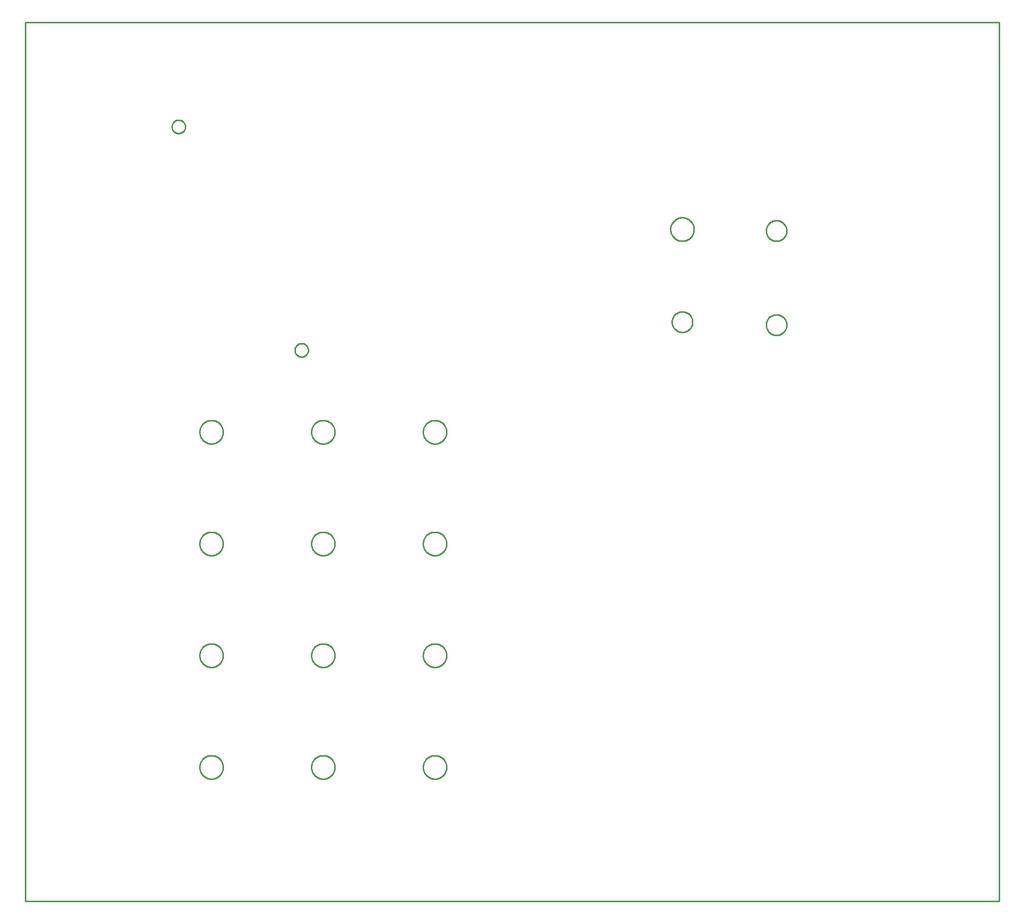
<source format=gbr>
G04 EAGLE Gerber RS-274X export*
G75*
%MOMM*%
%FSLAX34Y34*%
%LPD*%
%IN*%
%IPPOS*%
%AMOC8*
5,1,8,0,0,1.08239X$1,22.5*%
G01*
%ADD10C,0.254000*%


D10*
X0Y0D02*
X1660400Y0D01*
X1660400Y1498500D01*
X0Y1498500D01*
X0Y0D01*
X337500Y799496D02*
X337427Y798289D01*
X337281Y797089D01*
X337063Y795900D01*
X336774Y794727D01*
X336415Y793573D01*
X335986Y792443D01*
X335490Y791341D01*
X334928Y790270D01*
X334303Y789236D01*
X333616Y788241D01*
X332871Y787290D01*
X332069Y786385D01*
X331215Y785531D01*
X330310Y784729D01*
X329359Y783984D01*
X328364Y783297D01*
X327330Y782672D01*
X326259Y782110D01*
X325157Y781614D01*
X324027Y781185D01*
X322873Y780826D01*
X321700Y780537D01*
X320511Y780319D01*
X319311Y780173D01*
X318104Y780100D01*
X316896Y780100D01*
X315689Y780173D01*
X314489Y780319D01*
X313300Y780537D01*
X312127Y780826D01*
X310973Y781185D01*
X309843Y781614D01*
X308741Y782110D01*
X307670Y782672D01*
X306636Y783297D01*
X305641Y783984D01*
X304690Y784729D01*
X303785Y785531D01*
X302931Y786385D01*
X302129Y787290D01*
X301384Y788241D01*
X300697Y789236D01*
X300072Y790270D01*
X299510Y791341D01*
X299014Y792443D01*
X298585Y793573D01*
X298226Y794727D01*
X297937Y795900D01*
X297719Y797089D01*
X297573Y798289D01*
X297500Y799496D01*
X297500Y800704D01*
X297573Y801911D01*
X297719Y803111D01*
X297937Y804300D01*
X298226Y805473D01*
X298585Y806627D01*
X299014Y807757D01*
X299510Y808859D01*
X300072Y809930D01*
X300697Y810964D01*
X301384Y811959D01*
X302129Y812910D01*
X302931Y813815D01*
X303785Y814669D01*
X304690Y815471D01*
X305641Y816216D01*
X306636Y816903D01*
X307670Y817528D01*
X308741Y818090D01*
X309843Y818586D01*
X310973Y819015D01*
X312127Y819374D01*
X313300Y819663D01*
X314489Y819881D01*
X315689Y820027D01*
X316896Y820100D01*
X318104Y820100D01*
X319311Y820027D01*
X320511Y819881D01*
X321700Y819663D01*
X322873Y819374D01*
X324027Y819015D01*
X325157Y818586D01*
X326259Y818090D01*
X327330Y817528D01*
X328364Y816903D01*
X329359Y816216D01*
X330310Y815471D01*
X331215Y814669D01*
X332069Y813815D01*
X332871Y812910D01*
X333616Y811959D01*
X334303Y810964D01*
X334928Y809930D01*
X335490Y808859D01*
X335986Y807757D01*
X336415Y806627D01*
X336774Y805473D01*
X337063Y804300D01*
X337281Y803111D01*
X337427Y801911D01*
X337500Y800704D01*
X337500Y799496D01*
X718500Y608996D02*
X718427Y607789D01*
X718281Y606589D01*
X718063Y605400D01*
X717774Y604227D01*
X717415Y603073D01*
X716986Y601943D01*
X716490Y600841D01*
X715928Y599770D01*
X715303Y598736D01*
X714616Y597741D01*
X713871Y596790D01*
X713069Y595885D01*
X712215Y595031D01*
X711310Y594229D01*
X710359Y593484D01*
X709364Y592797D01*
X708330Y592172D01*
X707259Y591610D01*
X706157Y591114D01*
X705027Y590685D01*
X703873Y590326D01*
X702700Y590037D01*
X701511Y589819D01*
X700311Y589673D01*
X699104Y589600D01*
X697896Y589600D01*
X696689Y589673D01*
X695489Y589819D01*
X694300Y590037D01*
X693127Y590326D01*
X691973Y590685D01*
X690843Y591114D01*
X689741Y591610D01*
X688670Y592172D01*
X687636Y592797D01*
X686641Y593484D01*
X685690Y594229D01*
X684785Y595031D01*
X683931Y595885D01*
X683129Y596790D01*
X682384Y597741D01*
X681697Y598736D01*
X681072Y599770D01*
X680510Y600841D01*
X680014Y601943D01*
X679585Y603073D01*
X679226Y604227D01*
X678937Y605400D01*
X678719Y606589D01*
X678573Y607789D01*
X678500Y608996D01*
X678500Y610204D01*
X678573Y611411D01*
X678719Y612611D01*
X678937Y613800D01*
X679226Y614973D01*
X679585Y616127D01*
X680014Y617257D01*
X680510Y618359D01*
X681072Y619430D01*
X681697Y620464D01*
X682384Y621459D01*
X683129Y622410D01*
X683931Y623315D01*
X684785Y624169D01*
X685690Y624971D01*
X686641Y625716D01*
X687636Y626403D01*
X688670Y627028D01*
X689741Y627590D01*
X690843Y628086D01*
X691973Y628515D01*
X693127Y628874D01*
X694300Y629163D01*
X695489Y629381D01*
X696689Y629527D01*
X697896Y629600D01*
X699104Y629600D01*
X700311Y629527D01*
X701511Y629381D01*
X702700Y629163D01*
X703873Y628874D01*
X705027Y628515D01*
X706157Y628086D01*
X707259Y627590D01*
X708330Y627028D01*
X709364Y626403D01*
X710359Y625716D01*
X711310Y624971D01*
X712215Y624169D01*
X713069Y623315D01*
X713871Y622410D01*
X714616Y621459D01*
X715303Y620464D01*
X715928Y619430D01*
X716490Y618359D01*
X716986Y617257D01*
X717415Y616127D01*
X717774Y614973D01*
X718063Y613800D01*
X718281Y612611D01*
X718427Y611411D01*
X718500Y610204D01*
X718500Y608996D01*
X337500Y418496D02*
X337427Y417289D01*
X337281Y416089D01*
X337063Y414900D01*
X336774Y413727D01*
X336415Y412573D01*
X335986Y411443D01*
X335490Y410341D01*
X334928Y409270D01*
X334303Y408236D01*
X333616Y407241D01*
X332871Y406290D01*
X332069Y405385D01*
X331215Y404531D01*
X330310Y403729D01*
X329359Y402984D01*
X328364Y402297D01*
X327330Y401672D01*
X326259Y401110D01*
X325157Y400614D01*
X324027Y400185D01*
X322873Y399826D01*
X321700Y399537D01*
X320511Y399319D01*
X319311Y399173D01*
X318104Y399100D01*
X316896Y399100D01*
X315689Y399173D01*
X314489Y399319D01*
X313300Y399537D01*
X312127Y399826D01*
X310973Y400185D01*
X309843Y400614D01*
X308741Y401110D01*
X307670Y401672D01*
X306636Y402297D01*
X305641Y402984D01*
X304690Y403729D01*
X303785Y404531D01*
X302931Y405385D01*
X302129Y406290D01*
X301384Y407241D01*
X300697Y408236D01*
X300072Y409270D01*
X299510Y410341D01*
X299014Y411443D01*
X298585Y412573D01*
X298226Y413727D01*
X297937Y414900D01*
X297719Y416089D01*
X297573Y417289D01*
X297500Y418496D01*
X297500Y419704D01*
X297573Y420911D01*
X297719Y422111D01*
X297937Y423300D01*
X298226Y424473D01*
X298585Y425627D01*
X299014Y426757D01*
X299510Y427859D01*
X300072Y428930D01*
X300697Y429964D01*
X301384Y430959D01*
X302129Y431910D01*
X302931Y432815D01*
X303785Y433669D01*
X304690Y434471D01*
X305641Y435216D01*
X306636Y435903D01*
X307670Y436528D01*
X308741Y437090D01*
X309843Y437586D01*
X310973Y438015D01*
X312127Y438374D01*
X313300Y438663D01*
X314489Y438881D01*
X315689Y439027D01*
X316896Y439100D01*
X318104Y439100D01*
X319311Y439027D01*
X320511Y438881D01*
X321700Y438663D01*
X322873Y438374D01*
X324027Y438015D01*
X325157Y437586D01*
X326259Y437090D01*
X327330Y436528D01*
X328364Y435903D01*
X329359Y435216D01*
X330310Y434471D01*
X331215Y433669D01*
X332069Y432815D01*
X332871Y431910D01*
X333616Y430959D01*
X334303Y429964D01*
X334928Y428930D01*
X335490Y427859D01*
X335986Y426757D01*
X336415Y425627D01*
X336774Y424473D01*
X337063Y423300D01*
X337281Y422111D01*
X337427Y420911D01*
X337500Y419704D01*
X337500Y418496D01*
X528000Y418496D02*
X527927Y417289D01*
X527781Y416089D01*
X527563Y414900D01*
X527274Y413727D01*
X526915Y412573D01*
X526486Y411443D01*
X525990Y410341D01*
X525428Y409270D01*
X524803Y408236D01*
X524116Y407241D01*
X523371Y406290D01*
X522569Y405385D01*
X521715Y404531D01*
X520810Y403729D01*
X519859Y402984D01*
X518864Y402297D01*
X517830Y401672D01*
X516759Y401110D01*
X515657Y400614D01*
X514527Y400185D01*
X513373Y399826D01*
X512200Y399537D01*
X511011Y399319D01*
X509811Y399173D01*
X508604Y399100D01*
X507396Y399100D01*
X506189Y399173D01*
X504989Y399319D01*
X503800Y399537D01*
X502627Y399826D01*
X501473Y400185D01*
X500343Y400614D01*
X499241Y401110D01*
X498170Y401672D01*
X497136Y402297D01*
X496141Y402984D01*
X495190Y403729D01*
X494285Y404531D01*
X493431Y405385D01*
X492629Y406290D01*
X491884Y407241D01*
X491197Y408236D01*
X490572Y409270D01*
X490010Y410341D01*
X489514Y411443D01*
X489085Y412573D01*
X488726Y413727D01*
X488437Y414900D01*
X488219Y416089D01*
X488073Y417289D01*
X488000Y418496D01*
X488000Y419704D01*
X488073Y420911D01*
X488219Y422111D01*
X488437Y423300D01*
X488726Y424473D01*
X489085Y425627D01*
X489514Y426757D01*
X490010Y427859D01*
X490572Y428930D01*
X491197Y429964D01*
X491884Y430959D01*
X492629Y431910D01*
X493431Y432815D01*
X494285Y433669D01*
X495190Y434471D01*
X496141Y435216D01*
X497136Y435903D01*
X498170Y436528D01*
X499241Y437090D01*
X500343Y437586D01*
X501473Y438015D01*
X502627Y438374D01*
X503800Y438663D01*
X504989Y438881D01*
X506189Y439027D01*
X507396Y439100D01*
X508604Y439100D01*
X509811Y439027D01*
X511011Y438881D01*
X512200Y438663D01*
X513373Y438374D01*
X514527Y438015D01*
X515657Y437586D01*
X516759Y437090D01*
X517830Y436528D01*
X518864Y435903D01*
X519859Y435216D01*
X520810Y434471D01*
X521715Y433669D01*
X522569Y432815D01*
X523371Y431910D01*
X524116Y430959D01*
X524803Y429964D01*
X525428Y428930D01*
X525990Y427859D01*
X526486Y426757D01*
X526915Y425627D01*
X527274Y424473D01*
X527563Y423300D01*
X527781Y422111D01*
X527927Y420911D01*
X528000Y419704D01*
X528000Y418496D01*
X718500Y418496D02*
X718427Y417289D01*
X718281Y416089D01*
X718063Y414900D01*
X717774Y413727D01*
X717415Y412573D01*
X716986Y411443D01*
X716490Y410341D01*
X715928Y409270D01*
X715303Y408236D01*
X714616Y407241D01*
X713871Y406290D01*
X713069Y405385D01*
X712215Y404531D01*
X711310Y403729D01*
X710359Y402984D01*
X709364Y402297D01*
X708330Y401672D01*
X707259Y401110D01*
X706157Y400614D01*
X705027Y400185D01*
X703873Y399826D01*
X702700Y399537D01*
X701511Y399319D01*
X700311Y399173D01*
X699104Y399100D01*
X697896Y399100D01*
X696689Y399173D01*
X695489Y399319D01*
X694300Y399537D01*
X693127Y399826D01*
X691973Y400185D01*
X690843Y400614D01*
X689741Y401110D01*
X688670Y401672D01*
X687636Y402297D01*
X686641Y402984D01*
X685690Y403729D01*
X684785Y404531D01*
X683931Y405385D01*
X683129Y406290D01*
X682384Y407241D01*
X681697Y408236D01*
X681072Y409270D01*
X680510Y410341D01*
X680014Y411443D01*
X679585Y412573D01*
X679226Y413727D01*
X678937Y414900D01*
X678719Y416089D01*
X678573Y417289D01*
X678500Y418496D01*
X678500Y419704D01*
X678573Y420911D01*
X678719Y422111D01*
X678937Y423300D01*
X679226Y424473D01*
X679585Y425627D01*
X680014Y426757D01*
X680510Y427859D01*
X681072Y428930D01*
X681697Y429964D01*
X682384Y430959D01*
X683129Y431910D01*
X683931Y432815D01*
X684785Y433669D01*
X685690Y434471D01*
X686641Y435216D01*
X687636Y435903D01*
X688670Y436528D01*
X689741Y437090D01*
X690843Y437586D01*
X691973Y438015D01*
X693127Y438374D01*
X694300Y438663D01*
X695489Y438881D01*
X696689Y439027D01*
X697896Y439100D01*
X699104Y439100D01*
X700311Y439027D01*
X701511Y438881D01*
X702700Y438663D01*
X703873Y438374D01*
X705027Y438015D01*
X706157Y437586D01*
X707259Y437090D01*
X708330Y436528D01*
X709364Y435903D01*
X710359Y435216D01*
X711310Y434471D01*
X712215Y433669D01*
X713069Y432815D01*
X713871Y431910D01*
X714616Y430959D01*
X715303Y429964D01*
X715928Y428930D01*
X716490Y427859D01*
X716986Y426757D01*
X717415Y425627D01*
X717774Y424473D01*
X718063Y423300D01*
X718281Y422111D01*
X718427Y420911D01*
X718500Y419704D01*
X718500Y418496D01*
X337500Y227996D02*
X337427Y226789D01*
X337281Y225589D01*
X337063Y224400D01*
X336774Y223227D01*
X336415Y222073D01*
X335986Y220943D01*
X335490Y219841D01*
X334928Y218770D01*
X334303Y217736D01*
X333616Y216741D01*
X332871Y215790D01*
X332069Y214885D01*
X331215Y214031D01*
X330310Y213229D01*
X329359Y212484D01*
X328364Y211797D01*
X327330Y211172D01*
X326259Y210610D01*
X325157Y210114D01*
X324027Y209685D01*
X322873Y209326D01*
X321700Y209037D01*
X320511Y208819D01*
X319311Y208673D01*
X318104Y208600D01*
X316896Y208600D01*
X315689Y208673D01*
X314489Y208819D01*
X313300Y209037D01*
X312127Y209326D01*
X310973Y209685D01*
X309843Y210114D01*
X308741Y210610D01*
X307670Y211172D01*
X306636Y211797D01*
X305641Y212484D01*
X304690Y213229D01*
X303785Y214031D01*
X302931Y214885D01*
X302129Y215790D01*
X301384Y216741D01*
X300697Y217736D01*
X300072Y218770D01*
X299510Y219841D01*
X299014Y220943D01*
X298585Y222073D01*
X298226Y223227D01*
X297937Y224400D01*
X297719Y225589D01*
X297573Y226789D01*
X297500Y227996D01*
X297500Y229204D01*
X297573Y230411D01*
X297719Y231611D01*
X297937Y232800D01*
X298226Y233973D01*
X298585Y235127D01*
X299014Y236257D01*
X299510Y237359D01*
X300072Y238430D01*
X300697Y239464D01*
X301384Y240459D01*
X302129Y241410D01*
X302931Y242315D01*
X303785Y243169D01*
X304690Y243971D01*
X305641Y244716D01*
X306636Y245403D01*
X307670Y246028D01*
X308741Y246590D01*
X309843Y247086D01*
X310973Y247515D01*
X312127Y247874D01*
X313300Y248163D01*
X314489Y248381D01*
X315689Y248527D01*
X316896Y248600D01*
X318104Y248600D01*
X319311Y248527D01*
X320511Y248381D01*
X321700Y248163D01*
X322873Y247874D01*
X324027Y247515D01*
X325157Y247086D01*
X326259Y246590D01*
X327330Y246028D01*
X328364Y245403D01*
X329359Y244716D01*
X330310Y243971D01*
X331215Y243169D01*
X332069Y242315D01*
X332871Y241410D01*
X333616Y240459D01*
X334303Y239464D01*
X334928Y238430D01*
X335490Y237359D01*
X335986Y236257D01*
X336415Y235127D01*
X336774Y233973D01*
X337063Y232800D01*
X337281Y231611D01*
X337427Y230411D01*
X337500Y229204D01*
X337500Y227996D01*
X528000Y227996D02*
X527927Y226789D01*
X527781Y225589D01*
X527563Y224400D01*
X527274Y223227D01*
X526915Y222073D01*
X526486Y220943D01*
X525990Y219841D01*
X525428Y218770D01*
X524803Y217736D01*
X524116Y216741D01*
X523371Y215790D01*
X522569Y214885D01*
X521715Y214031D01*
X520810Y213229D01*
X519859Y212484D01*
X518864Y211797D01*
X517830Y211172D01*
X516759Y210610D01*
X515657Y210114D01*
X514527Y209685D01*
X513373Y209326D01*
X512200Y209037D01*
X511011Y208819D01*
X509811Y208673D01*
X508604Y208600D01*
X507396Y208600D01*
X506189Y208673D01*
X504989Y208819D01*
X503800Y209037D01*
X502627Y209326D01*
X501473Y209685D01*
X500343Y210114D01*
X499241Y210610D01*
X498170Y211172D01*
X497136Y211797D01*
X496141Y212484D01*
X495190Y213229D01*
X494285Y214031D01*
X493431Y214885D01*
X492629Y215790D01*
X491884Y216741D01*
X491197Y217736D01*
X490572Y218770D01*
X490010Y219841D01*
X489514Y220943D01*
X489085Y222073D01*
X488726Y223227D01*
X488437Y224400D01*
X488219Y225589D01*
X488073Y226789D01*
X488000Y227996D01*
X488000Y229204D01*
X488073Y230411D01*
X488219Y231611D01*
X488437Y232800D01*
X488726Y233973D01*
X489085Y235127D01*
X489514Y236257D01*
X490010Y237359D01*
X490572Y238430D01*
X491197Y239464D01*
X491884Y240459D01*
X492629Y241410D01*
X493431Y242315D01*
X494285Y243169D01*
X495190Y243971D01*
X496141Y244716D01*
X497136Y245403D01*
X498170Y246028D01*
X499241Y246590D01*
X500343Y247086D01*
X501473Y247515D01*
X502627Y247874D01*
X503800Y248163D01*
X504989Y248381D01*
X506189Y248527D01*
X507396Y248600D01*
X508604Y248600D01*
X509811Y248527D01*
X511011Y248381D01*
X512200Y248163D01*
X513373Y247874D01*
X514527Y247515D01*
X515657Y247086D01*
X516759Y246590D01*
X517830Y246028D01*
X518864Y245403D01*
X519859Y244716D01*
X520810Y243971D01*
X521715Y243169D01*
X522569Y242315D01*
X523371Y241410D01*
X524116Y240459D01*
X524803Y239464D01*
X525428Y238430D01*
X525990Y237359D01*
X526486Y236257D01*
X526915Y235127D01*
X527274Y233973D01*
X527563Y232800D01*
X527781Y231611D01*
X527927Y230411D01*
X528000Y229204D01*
X528000Y227996D01*
X718500Y227996D02*
X718427Y226789D01*
X718281Y225589D01*
X718063Y224400D01*
X717774Y223227D01*
X717415Y222073D01*
X716986Y220943D01*
X716490Y219841D01*
X715928Y218770D01*
X715303Y217736D01*
X714616Y216741D01*
X713871Y215790D01*
X713069Y214885D01*
X712215Y214031D01*
X711310Y213229D01*
X710359Y212484D01*
X709364Y211797D01*
X708330Y211172D01*
X707259Y210610D01*
X706157Y210114D01*
X705027Y209685D01*
X703873Y209326D01*
X702700Y209037D01*
X701511Y208819D01*
X700311Y208673D01*
X699104Y208600D01*
X697896Y208600D01*
X696689Y208673D01*
X695489Y208819D01*
X694300Y209037D01*
X693127Y209326D01*
X691973Y209685D01*
X690843Y210114D01*
X689741Y210610D01*
X688670Y211172D01*
X687636Y211797D01*
X686641Y212484D01*
X685690Y213229D01*
X684785Y214031D01*
X683931Y214885D01*
X683129Y215790D01*
X682384Y216741D01*
X681697Y217736D01*
X681072Y218770D01*
X680510Y219841D01*
X680014Y220943D01*
X679585Y222073D01*
X679226Y223227D01*
X678937Y224400D01*
X678719Y225589D01*
X678573Y226789D01*
X678500Y227996D01*
X678500Y229204D01*
X678573Y230411D01*
X678719Y231611D01*
X678937Y232800D01*
X679226Y233973D01*
X679585Y235127D01*
X680014Y236257D01*
X680510Y237359D01*
X681072Y238430D01*
X681697Y239464D01*
X682384Y240459D01*
X683129Y241410D01*
X683931Y242315D01*
X684785Y243169D01*
X685690Y243971D01*
X686641Y244716D01*
X687636Y245403D01*
X688670Y246028D01*
X689741Y246590D01*
X690843Y247086D01*
X691973Y247515D01*
X693127Y247874D01*
X694300Y248163D01*
X695489Y248381D01*
X696689Y248527D01*
X697896Y248600D01*
X699104Y248600D01*
X700311Y248527D01*
X701511Y248381D01*
X702700Y248163D01*
X703873Y247874D01*
X705027Y247515D01*
X706157Y247086D01*
X707259Y246590D01*
X708330Y246028D01*
X709364Y245403D01*
X710359Y244716D01*
X711310Y243971D01*
X712215Y243169D01*
X713069Y242315D01*
X713871Y241410D01*
X714616Y240459D01*
X715303Y239464D01*
X715928Y238430D01*
X716490Y237359D01*
X716986Y236257D01*
X717415Y235127D01*
X717774Y233973D01*
X718063Y232800D01*
X718281Y231611D01*
X718427Y230411D01*
X718500Y229204D01*
X718500Y227996D01*
X528000Y799496D02*
X527927Y798289D01*
X527781Y797089D01*
X527563Y795900D01*
X527274Y794727D01*
X526915Y793573D01*
X526486Y792443D01*
X525990Y791341D01*
X525428Y790270D01*
X524803Y789236D01*
X524116Y788241D01*
X523371Y787290D01*
X522569Y786385D01*
X521715Y785531D01*
X520810Y784729D01*
X519859Y783984D01*
X518864Y783297D01*
X517830Y782672D01*
X516759Y782110D01*
X515657Y781614D01*
X514527Y781185D01*
X513373Y780826D01*
X512200Y780537D01*
X511011Y780319D01*
X509811Y780173D01*
X508604Y780100D01*
X507396Y780100D01*
X506189Y780173D01*
X504989Y780319D01*
X503800Y780537D01*
X502627Y780826D01*
X501473Y781185D01*
X500343Y781614D01*
X499241Y782110D01*
X498170Y782672D01*
X497136Y783297D01*
X496141Y783984D01*
X495190Y784729D01*
X494285Y785531D01*
X493431Y786385D01*
X492629Y787290D01*
X491884Y788241D01*
X491197Y789236D01*
X490572Y790270D01*
X490010Y791341D01*
X489514Y792443D01*
X489085Y793573D01*
X488726Y794727D01*
X488437Y795900D01*
X488219Y797089D01*
X488073Y798289D01*
X488000Y799496D01*
X488000Y800704D01*
X488073Y801911D01*
X488219Y803111D01*
X488437Y804300D01*
X488726Y805473D01*
X489085Y806627D01*
X489514Y807757D01*
X490010Y808859D01*
X490572Y809930D01*
X491197Y810964D01*
X491884Y811959D01*
X492629Y812910D01*
X493431Y813815D01*
X494285Y814669D01*
X495190Y815471D01*
X496141Y816216D01*
X497136Y816903D01*
X498170Y817528D01*
X499241Y818090D01*
X500343Y818586D01*
X501473Y819015D01*
X502627Y819374D01*
X503800Y819663D01*
X504989Y819881D01*
X506189Y820027D01*
X507396Y820100D01*
X508604Y820100D01*
X509811Y820027D01*
X511011Y819881D01*
X512200Y819663D01*
X513373Y819374D01*
X514527Y819015D01*
X515657Y818586D01*
X516759Y818090D01*
X517830Y817528D01*
X518864Y816903D01*
X519859Y816216D01*
X520810Y815471D01*
X521715Y814669D01*
X522569Y813815D01*
X523371Y812910D01*
X524116Y811959D01*
X524803Y810964D01*
X525428Y809930D01*
X525990Y808859D01*
X526486Y807757D01*
X526915Y806627D01*
X527274Y805473D01*
X527563Y804300D01*
X527781Y803111D01*
X527927Y801911D01*
X528000Y800704D01*
X528000Y799496D01*
X718500Y799496D02*
X718427Y798289D01*
X718281Y797089D01*
X718063Y795900D01*
X717774Y794727D01*
X717415Y793573D01*
X716986Y792443D01*
X716490Y791341D01*
X715928Y790270D01*
X715303Y789236D01*
X714616Y788241D01*
X713871Y787290D01*
X713069Y786385D01*
X712215Y785531D01*
X711310Y784729D01*
X710359Y783984D01*
X709364Y783297D01*
X708330Y782672D01*
X707259Y782110D01*
X706157Y781614D01*
X705027Y781185D01*
X703873Y780826D01*
X702700Y780537D01*
X701511Y780319D01*
X700311Y780173D01*
X699104Y780100D01*
X697896Y780100D01*
X696689Y780173D01*
X695489Y780319D01*
X694300Y780537D01*
X693127Y780826D01*
X691973Y781185D01*
X690843Y781614D01*
X689741Y782110D01*
X688670Y782672D01*
X687636Y783297D01*
X686641Y783984D01*
X685690Y784729D01*
X684785Y785531D01*
X683931Y786385D01*
X683129Y787290D01*
X682384Y788241D01*
X681697Y789236D01*
X681072Y790270D01*
X680510Y791341D01*
X680014Y792443D01*
X679585Y793573D01*
X679226Y794727D01*
X678937Y795900D01*
X678719Y797089D01*
X678573Y798289D01*
X678500Y799496D01*
X678500Y800704D01*
X678573Y801911D01*
X678719Y803111D01*
X678937Y804300D01*
X679226Y805473D01*
X679585Y806627D01*
X680014Y807757D01*
X680510Y808859D01*
X681072Y809930D01*
X681697Y810964D01*
X682384Y811959D01*
X683129Y812910D01*
X683931Y813815D01*
X684785Y814669D01*
X685690Y815471D01*
X686641Y816216D01*
X687636Y816903D01*
X688670Y817528D01*
X689741Y818090D01*
X690843Y818586D01*
X691973Y819015D01*
X693127Y819374D01*
X694300Y819663D01*
X695489Y819881D01*
X696689Y820027D01*
X697896Y820100D01*
X699104Y820100D01*
X700311Y820027D01*
X701511Y819881D01*
X702700Y819663D01*
X703873Y819374D01*
X705027Y819015D01*
X706157Y818586D01*
X707259Y818090D01*
X708330Y817528D01*
X709364Y816903D01*
X710359Y816216D01*
X711310Y815471D01*
X712215Y814669D01*
X713069Y813815D01*
X713871Y812910D01*
X714616Y811959D01*
X715303Y810964D01*
X715928Y809930D01*
X716490Y808859D01*
X716986Y807757D01*
X717415Y806627D01*
X717774Y805473D01*
X718063Y804300D01*
X718281Y803111D01*
X718427Y801911D01*
X718500Y800704D01*
X718500Y799496D01*
X337500Y608996D02*
X337427Y607789D01*
X337281Y606589D01*
X337063Y605400D01*
X336774Y604227D01*
X336415Y603073D01*
X335986Y601943D01*
X335490Y600841D01*
X334928Y599770D01*
X334303Y598736D01*
X333616Y597741D01*
X332871Y596790D01*
X332069Y595885D01*
X331215Y595031D01*
X330310Y594229D01*
X329359Y593484D01*
X328364Y592797D01*
X327330Y592172D01*
X326259Y591610D01*
X325157Y591114D01*
X324027Y590685D01*
X322873Y590326D01*
X321700Y590037D01*
X320511Y589819D01*
X319311Y589673D01*
X318104Y589600D01*
X316896Y589600D01*
X315689Y589673D01*
X314489Y589819D01*
X313300Y590037D01*
X312127Y590326D01*
X310973Y590685D01*
X309843Y591114D01*
X308741Y591610D01*
X307670Y592172D01*
X306636Y592797D01*
X305641Y593484D01*
X304690Y594229D01*
X303785Y595031D01*
X302931Y595885D01*
X302129Y596790D01*
X301384Y597741D01*
X300697Y598736D01*
X300072Y599770D01*
X299510Y600841D01*
X299014Y601943D01*
X298585Y603073D01*
X298226Y604227D01*
X297937Y605400D01*
X297719Y606589D01*
X297573Y607789D01*
X297500Y608996D01*
X297500Y610204D01*
X297573Y611411D01*
X297719Y612611D01*
X297937Y613800D01*
X298226Y614973D01*
X298585Y616127D01*
X299014Y617257D01*
X299510Y618359D01*
X300072Y619430D01*
X300697Y620464D01*
X301384Y621459D01*
X302129Y622410D01*
X302931Y623315D01*
X303785Y624169D01*
X304690Y624971D01*
X305641Y625716D01*
X306636Y626403D01*
X307670Y627028D01*
X308741Y627590D01*
X309843Y628086D01*
X310973Y628515D01*
X312127Y628874D01*
X313300Y629163D01*
X314489Y629381D01*
X315689Y629527D01*
X316896Y629600D01*
X318104Y629600D01*
X319311Y629527D01*
X320511Y629381D01*
X321700Y629163D01*
X322873Y628874D01*
X324027Y628515D01*
X325157Y628086D01*
X326259Y627590D01*
X327330Y627028D01*
X328364Y626403D01*
X329359Y625716D01*
X330310Y624971D01*
X331215Y624169D01*
X332069Y623315D01*
X332871Y622410D01*
X333616Y621459D01*
X334303Y620464D01*
X334928Y619430D01*
X335490Y618359D01*
X335986Y617257D01*
X336415Y616127D01*
X336774Y614973D01*
X337063Y613800D01*
X337281Y612611D01*
X337427Y611411D01*
X337500Y610204D01*
X337500Y608996D01*
X528000Y608996D02*
X527927Y607789D01*
X527781Y606589D01*
X527563Y605400D01*
X527274Y604227D01*
X526915Y603073D01*
X526486Y601943D01*
X525990Y600841D01*
X525428Y599770D01*
X524803Y598736D01*
X524116Y597741D01*
X523371Y596790D01*
X522569Y595885D01*
X521715Y595031D01*
X520810Y594229D01*
X519859Y593484D01*
X518864Y592797D01*
X517830Y592172D01*
X516759Y591610D01*
X515657Y591114D01*
X514527Y590685D01*
X513373Y590326D01*
X512200Y590037D01*
X511011Y589819D01*
X509811Y589673D01*
X508604Y589600D01*
X507396Y589600D01*
X506189Y589673D01*
X504989Y589819D01*
X503800Y590037D01*
X502627Y590326D01*
X501473Y590685D01*
X500343Y591114D01*
X499241Y591610D01*
X498170Y592172D01*
X497136Y592797D01*
X496141Y593484D01*
X495190Y594229D01*
X494285Y595031D01*
X493431Y595885D01*
X492629Y596790D01*
X491884Y597741D01*
X491197Y598736D01*
X490572Y599770D01*
X490010Y600841D01*
X489514Y601943D01*
X489085Y603073D01*
X488726Y604227D01*
X488437Y605400D01*
X488219Y606589D01*
X488073Y607789D01*
X488000Y608996D01*
X488000Y610204D01*
X488073Y611411D01*
X488219Y612611D01*
X488437Y613800D01*
X488726Y614973D01*
X489085Y616127D01*
X489514Y617257D01*
X490010Y618359D01*
X490572Y619430D01*
X491197Y620464D01*
X491884Y621459D01*
X492629Y622410D01*
X493431Y623315D01*
X494285Y624169D01*
X495190Y624971D01*
X496141Y625716D01*
X497136Y626403D01*
X498170Y627028D01*
X499241Y627590D01*
X500343Y628086D01*
X501473Y628515D01*
X502627Y628874D01*
X503800Y629163D01*
X504989Y629381D01*
X506189Y629527D01*
X507396Y629600D01*
X508604Y629600D01*
X509811Y629527D01*
X511011Y629381D01*
X512200Y629163D01*
X513373Y628874D01*
X514527Y628515D01*
X515657Y628086D01*
X516759Y627590D01*
X517830Y627028D01*
X518864Y626403D01*
X519859Y625716D01*
X520810Y624971D01*
X521715Y624169D01*
X522569Y623315D01*
X523371Y622410D01*
X524116Y621459D01*
X524803Y620464D01*
X525428Y619430D01*
X525990Y618359D01*
X526486Y617257D01*
X526915Y616127D01*
X527274Y614973D01*
X527563Y613800D01*
X527781Y612611D01*
X527927Y611411D01*
X528000Y610204D01*
X528000Y608996D01*
X250190Y1321249D02*
X250260Y1322145D01*
X250401Y1323032D01*
X250611Y1323905D01*
X250888Y1324759D01*
X251232Y1325589D01*
X251640Y1326389D01*
X252109Y1327155D01*
X252637Y1327882D01*
X253220Y1328565D01*
X253855Y1329200D01*
X254538Y1329783D01*
X255265Y1330311D01*
X256031Y1330780D01*
X256831Y1331188D01*
X257661Y1331532D01*
X258515Y1331809D01*
X259388Y1332019D01*
X260276Y1332160D01*
X261171Y1332230D01*
X262069Y1332230D01*
X262965Y1332160D01*
X263852Y1332019D01*
X264725Y1331809D01*
X265579Y1331532D01*
X266409Y1331188D01*
X267209Y1330780D01*
X267975Y1330311D01*
X268702Y1329783D01*
X269385Y1329200D01*
X270020Y1328565D01*
X270603Y1327882D01*
X271131Y1327155D01*
X271600Y1326389D01*
X272008Y1325589D01*
X272352Y1324759D01*
X272629Y1323905D01*
X272839Y1323032D01*
X272980Y1322145D01*
X273050Y1321249D01*
X273050Y1320351D01*
X272980Y1319456D01*
X272839Y1318568D01*
X272629Y1317695D01*
X272352Y1316841D01*
X272008Y1316011D01*
X271600Y1315211D01*
X271131Y1314445D01*
X270603Y1313718D01*
X270020Y1313035D01*
X269385Y1312400D01*
X268702Y1311817D01*
X267975Y1311289D01*
X267209Y1310820D01*
X266409Y1310412D01*
X265579Y1310068D01*
X264725Y1309791D01*
X263852Y1309581D01*
X262965Y1309440D01*
X262069Y1309370D01*
X261171Y1309370D01*
X260276Y1309440D01*
X259388Y1309581D01*
X258515Y1309791D01*
X257661Y1310068D01*
X256831Y1310412D01*
X256031Y1310820D01*
X255265Y1311289D01*
X254538Y1311817D01*
X253855Y1312400D01*
X253220Y1313035D01*
X252637Y1313718D01*
X252109Y1314445D01*
X251640Y1315211D01*
X251232Y1316011D01*
X250888Y1316841D01*
X250611Y1317695D01*
X250401Y1318568D01*
X250260Y1319456D01*
X250190Y1320351D01*
X250190Y1321249D01*
X459740Y940249D02*
X459810Y941145D01*
X459951Y942032D01*
X460161Y942905D01*
X460438Y943759D01*
X460782Y944589D01*
X461190Y945389D01*
X461659Y946155D01*
X462187Y946882D01*
X462770Y947565D01*
X463405Y948200D01*
X464088Y948783D01*
X464815Y949311D01*
X465581Y949780D01*
X466381Y950188D01*
X467211Y950532D01*
X468065Y950809D01*
X468938Y951019D01*
X469826Y951160D01*
X470721Y951230D01*
X471619Y951230D01*
X472515Y951160D01*
X473402Y951019D01*
X474275Y950809D01*
X475129Y950532D01*
X475959Y950188D01*
X476759Y949780D01*
X477525Y949311D01*
X478252Y948783D01*
X478935Y948200D01*
X479570Y947565D01*
X480153Y946882D01*
X480681Y946155D01*
X481150Y945389D01*
X481558Y944589D01*
X481902Y943759D01*
X482179Y942905D01*
X482389Y942032D01*
X482530Y941145D01*
X482600Y940249D01*
X482600Y939351D01*
X482530Y938456D01*
X482389Y937568D01*
X482179Y936695D01*
X481902Y935841D01*
X481558Y935011D01*
X481150Y934211D01*
X480681Y933445D01*
X480153Y932718D01*
X479570Y932035D01*
X478935Y931400D01*
X478252Y930817D01*
X477525Y930289D01*
X476759Y929820D01*
X475959Y929412D01*
X475129Y929068D01*
X474275Y928791D01*
X473402Y928581D01*
X472515Y928440D01*
X471619Y928370D01*
X470721Y928370D01*
X469826Y928440D01*
X468938Y928581D01*
X468065Y928791D01*
X467211Y929068D01*
X466381Y929412D01*
X465581Y929820D01*
X464815Y930289D01*
X464088Y930817D01*
X463405Y931400D01*
X462770Y932035D01*
X462187Y932718D01*
X461659Y933445D01*
X461190Y934211D01*
X460782Y935011D01*
X460438Y935841D01*
X460161Y936695D01*
X459951Y937568D01*
X459810Y938456D01*
X459740Y939351D01*
X459740Y940249D01*
X1281403Y1000290D02*
X1282546Y1000215D01*
X1283682Y1000066D01*
X1284806Y999842D01*
X1285913Y999545D01*
X1286998Y999177D01*
X1288056Y998739D01*
X1289084Y998232D01*
X1290076Y997659D01*
X1291029Y997022D01*
X1291938Y996325D01*
X1292799Y995569D01*
X1293609Y994759D01*
X1294365Y993898D01*
X1295062Y992989D01*
X1295699Y992036D01*
X1296272Y991044D01*
X1296779Y990016D01*
X1297217Y988958D01*
X1297585Y987873D01*
X1297882Y986766D01*
X1298106Y985642D01*
X1298255Y984506D01*
X1298330Y983363D01*
X1298330Y982217D01*
X1298255Y981074D01*
X1298106Y979938D01*
X1297882Y978814D01*
X1297585Y977707D01*
X1297217Y976622D01*
X1296779Y975564D01*
X1296272Y974536D01*
X1295699Y973544D01*
X1295062Y972591D01*
X1294365Y971682D01*
X1293609Y970821D01*
X1292799Y970011D01*
X1291938Y969255D01*
X1291029Y968558D01*
X1290076Y967921D01*
X1289084Y967348D01*
X1288056Y966841D01*
X1286998Y966403D01*
X1285913Y966035D01*
X1284806Y965738D01*
X1283682Y965515D01*
X1282546Y965365D01*
X1281403Y965290D01*
X1280257Y965290D01*
X1279114Y965365D01*
X1277978Y965515D01*
X1276854Y965738D01*
X1275747Y966035D01*
X1274662Y966403D01*
X1273604Y966841D01*
X1272576Y967348D01*
X1271584Y967921D01*
X1270631Y968558D01*
X1269722Y969255D01*
X1268861Y970011D01*
X1268051Y970821D01*
X1267295Y971682D01*
X1266598Y972591D01*
X1265961Y973544D01*
X1265388Y974536D01*
X1264881Y975564D01*
X1264443Y976622D01*
X1264075Y977707D01*
X1263778Y978814D01*
X1263555Y979938D01*
X1263405Y981074D01*
X1263330Y982217D01*
X1263330Y983363D01*
X1263405Y984506D01*
X1263555Y985642D01*
X1263778Y986766D01*
X1264075Y987873D01*
X1264443Y988958D01*
X1264881Y990016D01*
X1265388Y991044D01*
X1265961Y992036D01*
X1266598Y992989D01*
X1267295Y993898D01*
X1268051Y994759D01*
X1268861Y995569D01*
X1269722Y996325D01*
X1270631Y997022D01*
X1271584Y997659D01*
X1272576Y998232D01*
X1273604Y998739D01*
X1274662Y999177D01*
X1275747Y999545D01*
X1276854Y999842D01*
X1277978Y1000066D01*
X1279114Y1000215D01*
X1280257Y1000290D01*
X1281403Y1000290D01*
X1120863Y1005370D02*
X1122006Y1005295D01*
X1123142Y1005146D01*
X1124266Y1004922D01*
X1125373Y1004625D01*
X1126458Y1004257D01*
X1127516Y1003819D01*
X1128544Y1003312D01*
X1129536Y1002739D01*
X1130489Y1002102D01*
X1131398Y1001405D01*
X1132259Y1000649D01*
X1133069Y999839D01*
X1133825Y998978D01*
X1134522Y998069D01*
X1135159Y997116D01*
X1135732Y996124D01*
X1136239Y995096D01*
X1136677Y994038D01*
X1137045Y992953D01*
X1137342Y991846D01*
X1137566Y990722D01*
X1137715Y989586D01*
X1137790Y988443D01*
X1137790Y987297D01*
X1137715Y986154D01*
X1137566Y985018D01*
X1137342Y983894D01*
X1137045Y982787D01*
X1136677Y981702D01*
X1136239Y980644D01*
X1135732Y979616D01*
X1135159Y978624D01*
X1134522Y977671D01*
X1133825Y976762D01*
X1133069Y975901D01*
X1132259Y975091D01*
X1131398Y974335D01*
X1130489Y973638D01*
X1129536Y973001D01*
X1128544Y972428D01*
X1127516Y971921D01*
X1126458Y971483D01*
X1125373Y971115D01*
X1124266Y970818D01*
X1123142Y970595D01*
X1122006Y970445D01*
X1120863Y970370D01*
X1119717Y970370D01*
X1118574Y970445D01*
X1117438Y970595D01*
X1116314Y970818D01*
X1115207Y971115D01*
X1114122Y971483D01*
X1113064Y971921D01*
X1112036Y972428D01*
X1111044Y973001D01*
X1110091Y973638D01*
X1109182Y974335D01*
X1108321Y975091D01*
X1107511Y975901D01*
X1106755Y976762D01*
X1106058Y977671D01*
X1105421Y978624D01*
X1104848Y979616D01*
X1104341Y980644D01*
X1103903Y981702D01*
X1103535Y982787D01*
X1103238Y983894D01*
X1103015Y985018D01*
X1102865Y986154D01*
X1102790Y987297D01*
X1102790Y988443D01*
X1102865Y989586D01*
X1103015Y990722D01*
X1103238Y991846D01*
X1103535Y992953D01*
X1103903Y994038D01*
X1104341Y995096D01*
X1104848Y996124D01*
X1105421Y997116D01*
X1106058Y998069D01*
X1106755Y998978D01*
X1107511Y999839D01*
X1108321Y1000649D01*
X1109182Y1001405D01*
X1110091Y1002102D01*
X1111044Y1002739D01*
X1112036Y1003312D01*
X1113064Y1003819D01*
X1114122Y1004257D01*
X1115207Y1004625D01*
X1116314Y1004922D01*
X1117438Y1005146D01*
X1118574Y1005295D01*
X1119717Y1005370D01*
X1120863Y1005370D01*
X1281403Y1160830D02*
X1282546Y1160755D01*
X1283682Y1160606D01*
X1284806Y1160382D01*
X1285913Y1160085D01*
X1286998Y1159717D01*
X1288056Y1159279D01*
X1289084Y1158772D01*
X1290076Y1158199D01*
X1291029Y1157562D01*
X1291938Y1156865D01*
X1292799Y1156109D01*
X1293609Y1155299D01*
X1294365Y1154438D01*
X1295062Y1153529D01*
X1295699Y1152576D01*
X1296272Y1151584D01*
X1296779Y1150556D01*
X1297217Y1149498D01*
X1297585Y1148413D01*
X1297882Y1147306D01*
X1298106Y1146182D01*
X1298255Y1145046D01*
X1298330Y1143903D01*
X1298330Y1142757D01*
X1298255Y1141614D01*
X1298106Y1140478D01*
X1297882Y1139354D01*
X1297585Y1138247D01*
X1297217Y1137162D01*
X1296779Y1136104D01*
X1296272Y1135076D01*
X1295699Y1134084D01*
X1295062Y1133131D01*
X1294365Y1132222D01*
X1293609Y1131361D01*
X1292799Y1130551D01*
X1291938Y1129795D01*
X1291029Y1129098D01*
X1290076Y1128461D01*
X1289084Y1127888D01*
X1288056Y1127381D01*
X1286998Y1126943D01*
X1285913Y1126575D01*
X1284806Y1126278D01*
X1283682Y1126055D01*
X1282546Y1125905D01*
X1281403Y1125830D01*
X1280257Y1125830D01*
X1279114Y1125905D01*
X1277978Y1126055D01*
X1276854Y1126278D01*
X1275747Y1126575D01*
X1274662Y1126943D01*
X1273604Y1127381D01*
X1272576Y1127888D01*
X1271584Y1128461D01*
X1270631Y1129098D01*
X1269722Y1129795D01*
X1268861Y1130551D01*
X1268051Y1131361D01*
X1267295Y1132222D01*
X1266598Y1133131D01*
X1265961Y1134084D01*
X1265388Y1135076D01*
X1264881Y1136104D01*
X1264443Y1137162D01*
X1264075Y1138247D01*
X1263778Y1139354D01*
X1263555Y1140478D01*
X1263405Y1141614D01*
X1263330Y1142757D01*
X1263330Y1143903D01*
X1263405Y1145046D01*
X1263555Y1146182D01*
X1263778Y1147306D01*
X1264075Y1148413D01*
X1264443Y1149498D01*
X1264881Y1150556D01*
X1265388Y1151584D01*
X1265961Y1152576D01*
X1266598Y1153529D01*
X1267295Y1154438D01*
X1268051Y1155299D01*
X1268861Y1156109D01*
X1269722Y1156865D01*
X1270631Y1157562D01*
X1271584Y1158199D01*
X1272576Y1158772D01*
X1273604Y1159279D01*
X1274662Y1159717D01*
X1275747Y1160085D01*
X1276854Y1160382D01*
X1277978Y1160606D01*
X1279114Y1160755D01*
X1280257Y1160830D01*
X1281403Y1160830D01*
X1120894Y1165870D02*
X1122101Y1165797D01*
X1123301Y1165651D01*
X1124490Y1165433D01*
X1125663Y1165144D01*
X1126817Y1164785D01*
X1127947Y1164356D01*
X1129049Y1163860D01*
X1130120Y1163298D01*
X1131154Y1162673D01*
X1132149Y1161986D01*
X1133100Y1161241D01*
X1134005Y1160439D01*
X1134859Y1159585D01*
X1135661Y1158680D01*
X1136406Y1157729D01*
X1137093Y1156734D01*
X1137718Y1155700D01*
X1138280Y1154629D01*
X1138776Y1153527D01*
X1139205Y1152397D01*
X1139564Y1151243D01*
X1139853Y1150070D01*
X1140071Y1148881D01*
X1140217Y1147681D01*
X1140290Y1146474D01*
X1140290Y1145266D01*
X1140217Y1144059D01*
X1140071Y1142859D01*
X1139853Y1141670D01*
X1139564Y1140497D01*
X1139205Y1139343D01*
X1138776Y1138213D01*
X1138280Y1137111D01*
X1137718Y1136040D01*
X1137093Y1135006D01*
X1136406Y1134011D01*
X1135661Y1133060D01*
X1134859Y1132155D01*
X1134005Y1131301D01*
X1133100Y1130499D01*
X1132149Y1129754D01*
X1131154Y1129067D01*
X1130120Y1128442D01*
X1129049Y1127880D01*
X1127947Y1127384D01*
X1126817Y1126955D01*
X1125663Y1126596D01*
X1124490Y1126307D01*
X1123301Y1126089D01*
X1122101Y1125943D01*
X1120894Y1125870D01*
X1119686Y1125870D01*
X1118479Y1125943D01*
X1117279Y1126089D01*
X1116090Y1126307D01*
X1114917Y1126596D01*
X1113763Y1126955D01*
X1112633Y1127384D01*
X1111531Y1127880D01*
X1110460Y1128442D01*
X1109426Y1129067D01*
X1108431Y1129754D01*
X1107480Y1130499D01*
X1106575Y1131301D01*
X1105721Y1132155D01*
X1104919Y1133060D01*
X1104174Y1134011D01*
X1103487Y1135006D01*
X1102862Y1136040D01*
X1102300Y1137111D01*
X1101804Y1138213D01*
X1101375Y1139343D01*
X1101016Y1140497D01*
X1100727Y1141670D01*
X1100509Y1142859D01*
X1100363Y1144059D01*
X1100290Y1145266D01*
X1100290Y1146474D01*
X1100363Y1147681D01*
X1100509Y1148881D01*
X1100727Y1150070D01*
X1101016Y1151243D01*
X1101375Y1152397D01*
X1101804Y1153527D01*
X1102300Y1154629D01*
X1102862Y1155700D01*
X1103487Y1156734D01*
X1104174Y1157729D01*
X1104919Y1158680D01*
X1105721Y1159585D01*
X1106575Y1160439D01*
X1107480Y1161241D01*
X1108431Y1161986D01*
X1109426Y1162673D01*
X1110460Y1163298D01*
X1111531Y1163860D01*
X1112633Y1164356D01*
X1113763Y1164785D01*
X1114917Y1165144D01*
X1116090Y1165433D01*
X1117279Y1165651D01*
X1118479Y1165797D01*
X1119686Y1165870D01*
X1120894Y1165870D01*
M02*

</source>
